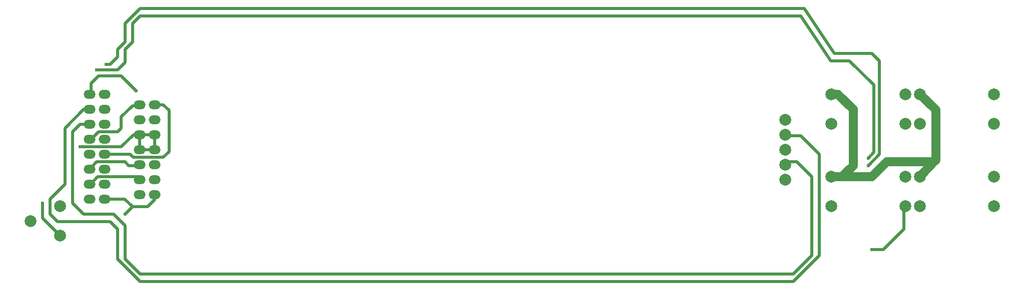
<source format=gbl>
G04 DipTrace 3.0.0.2*
G04 FrontPanel(LCD4x20).GBL*
%MOMM*%
G04 #@! TF.FileFunction,Copper,L2,Bot*
G04 #@! TF.Part,Single*
G04 #@! TA.AperFunction,Conductor*
%ADD14C,0.5*%
%ADD15C,1.5*%
G04 #@! TA.AperFunction,ComponentPad*
%ADD17O,2.0X1.5*%
%ADD18C,2.0*%
%ADD20C,2.0*%
G04 #@! TA.AperFunction,ViaPad*
%ADD21C,0.6*%
%FSLAX35Y35*%
G04*
G71*
G90*
G75*
G01*
G04 Bottom*
%LPD*%
X1200000Y-1854000D2*
D14*
X1105000D1*
X784500Y-2174500D1*
Y-3127000D1*
X530500Y-3381000D1*
Y-3635000D1*
X657500Y-3762000D1*
X1546500D1*
X1673500Y-3889000D1*
Y-4397000D1*
X2054500Y-4778000D1*
X13103500D1*
X13548000Y-4333500D1*
Y-2619000D1*
X13230500Y-2301500D1*
X12985500D1*
X12968000Y-2284000D1*
X1454000Y-2616000D2*
X1892747D1*
X1943373Y-2666627D1*
X2451377D1*
X2546627Y-2571377D1*
Y-1872880D1*
X2451373Y-1777627D1*
X2301627D1*
X2300000Y-1776000D1*
X1200000Y-2362000D2*
X1232000D1*
X1356000Y-2238000D1*
X1673500D1*
X1737000Y-2174500D1*
Y-1984000D1*
X1927500Y-1793500D1*
X2028500D1*
X2046000Y-1776000D1*
X1200000Y-2870000D2*
X1200250D1*
X1324250Y-2746000D1*
X1800500D1*
X1864000Y-2809500D1*
X2028500D1*
X2046000Y-2792000D1*
X1200000Y-2108000D2*
X1041500D1*
X911500Y-2238000D1*
Y-3444500D1*
X1102000Y-3635000D1*
X1610000D1*
X1800500Y-3825500D1*
Y-4397000D1*
X2054500Y-4651000D1*
X13103500D1*
X13421000Y-4333500D1*
Y-3000000D1*
X13167000Y-2746000D1*
X13014000D1*
X12968000Y-2792000D1*
X1200000Y-3124000D2*
X1216127D1*
X1340127Y-3000000D1*
X2000000D1*
X2046000Y-3046000D1*
X13750000Y-1600000D2*
D15*
X13862500D1*
X14119500Y-1857000D1*
Y-2809500D1*
X13929000Y-3000000D1*
X13750000D1*
X15250000Y-1600000D2*
X15516500Y-1866500D1*
Y-2717927D1*
X15488427Y-2746000D1*
X15250000Y-3000000D1*
X13750000D2*
X14437000D1*
X14691000Y-2746000D1*
X15488427D1*
X2300000Y-2284000D2*
D14*
Y-2538000D1*
X2046000D2*
X2300000D1*
X2046000Y-2284000D2*
Y-2538000D1*
Y-2284000D2*
X2300000D1*
X2046000D2*
X1945000D1*
X1737000Y-2492000D1*
X1038500D1*
X403500Y-3444500D2*
Y-3703500D1*
X700000Y-4000000D1*
X2300000Y-3300000D2*
Y-3389500D1*
X2181500Y-3508000D1*
X1927500D1*
X1800500Y-3635000D1*
X1454000Y-3378000D2*
X1797500D1*
X1927500Y-3508000D1*
X1991000Y-1539500D2*
X1737000Y-1285500D1*
X1356000D1*
X1229000Y-1412500D1*
Y-1571000D1*
X1200000Y-1600000D1*
X1324250Y-1190250D2*
X1673500D1*
X1800500Y-1063250D1*
Y-841000D1*
X1927500Y-714000D1*
Y-396500D1*
X2054500Y-269500D1*
X13230500D1*
X13738500Y-1031500D1*
X14056000D1*
X14468750Y-1444250D1*
Y-2587250D1*
X14373500Y-2682500D1*
X14437000Y-4238250D2*
X14627500D1*
X14976750Y-3889000D1*
Y-3523250D1*
X15000000Y-3500000D1*
X1483000Y-1095000D2*
X1546500D1*
X1673500Y-968000D1*
Y-841000D1*
X1800500Y-714000D1*
Y-396500D1*
X2054500Y-142500D1*
X13294000D1*
X13802000Y-904500D1*
X14437000D1*
X14564000Y-1031500D1*
Y-2619000D1*
X14373500Y-2809500D1*
D21*
X1038500Y-2492000D3*
X403500Y-3444500D3*
X1800500Y-3635000D3*
X1991000Y-1539500D3*
X1324250Y-1190250D3*
X14373500Y-2682500D3*
X14437000Y-4238250D3*
X1483000Y-1095000D3*
X14373500Y-2809500D3*
D17*
X1200000Y-1600000D3*
X1454000D3*
X1200000Y-1854000D3*
X1454000D3*
X1200000Y-2108000D3*
X1454000D3*
X1200000Y-2362000D3*
X1454000D3*
X1200000Y-2616000D3*
X1454000D3*
X1200000Y-2870000D3*
X1454000D3*
X1200000Y-3124000D3*
X1454000D3*
X1200000Y-3378000D3*
X1454000D3*
X2300000Y-3300000D3*
X2046000D3*
X2300000Y-3046000D3*
X2046000D3*
X2300000Y-2792000D3*
X2046000D3*
X2300000Y-2538000D3*
X2046000D3*
X2300000Y-2284000D3*
X2046000D3*
X2300000Y-2030000D3*
X2046000D3*
X2300000Y-1776000D3*
X2046000D3*
D18*
X12968000Y-3046000D3*
Y-2792000D3*
Y-2538000D3*
Y-2284000D3*
Y-2030000D3*
D20*
X15000000Y-2100000D3*
X13750000D3*
X15000000Y-1600000D3*
X13750000D3*
X15000000Y-3500000D3*
X13750000D3*
X15000000Y-3000000D3*
X13750000D3*
X16500000Y-2100000D3*
X15250000D3*
X16500000Y-1600000D3*
X15250000D3*
X16500000Y-3500000D3*
X15250000D3*
X16500000Y-3000000D3*
X15250000D3*
X700000Y-4000000D3*
X200000Y-3750000D3*
X700000Y-3500000D3*
M02*

</source>
